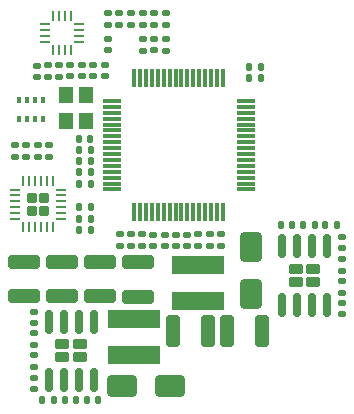
<source format=gbr>
G04 #@! TF.GenerationSoftware,KiCad,Pcbnew,8.0.4-8.0.4-0~ubuntu24.04.1*
G04 #@! TF.CreationDate,2024-09-03T20:49:09+07:00*
G04 #@! TF.ProjectId,OpenDrone_FC_F405_HW,4f70656e-4472-46f6-9e65-5f46435f4634,rev?*
G04 #@! TF.SameCoordinates,Original*
G04 #@! TF.FileFunction,Paste,Top*
G04 #@! TF.FilePolarity,Positive*
%FSLAX46Y46*%
G04 Gerber Fmt 4.6, Leading zero omitted, Abs format (unit mm)*
G04 Created by KiCad (PCBNEW 8.0.4-8.0.4-0~ubuntu24.04.1) date 2024-09-03 20:49:09*
%MOMM*%
%LPD*%
G01*
G04 APERTURE LIST*
G04 Aperture macros list*
%AMRoundRect*
0 Rectangle with rounded corners*
0 $1 Rounding radius*
0 $2 $3 $4 $5 $6 $7 $8 $9 X,Y pos of 4 corners*
0 Add a 4 corners polygon primitive as box body*
4,1,4,$2,$3,$4,$5,$6,$7,$8,$9,$2,$3,0*
0 Add four circle primitives for the rounded corners*
1,1,$1+$1,$2,$3*
1,1,$1+$1,$4,$5*
1,1,$1+$1,$6,$7*
1,1,$1+$1,$8,$9*
0 Add four rect primitives between the rounded corners*
20,1,$1+$1,$2,$3,$4,$5,0*
20,1,$1+$1,$4,$5,$6,$7,0*
20,1,$1+$1,$6,$7,$8,$9,0*
20,1,$1+$1,$8,$9,$2,$3,0*%
G04 Aperture macros list end*
%ADD10RoundRect,0.140000X0.170000X-0.140000X0.170000X0.140000X-0.170000X0.140000X-0.170000X-0.140000X0*%
%ADD11RoundRect,0.250000X1.100000X-0.325000X1.100000X0.325000X-1.100000X0.325000X-1.100000X-0.325000X0*%
%ADD12RoundRect,0.140000X-0.140000X-0.170000X0.140000X-0.170000X0.140000X0.170000X-0.140000X0.170000X0*%
%ADD13RoundRect,0.135000X-0.185000X0.135000X-0.185000X-0.135000X0.185000X-0.135000X0.185000X0.135000X0*%
%ADD14RoundRect,0.135000X0.185000X-0.135000X0.185000X0.135000X-0.185000X0.135000X-0.185000X-0.135000X0*%
%ADD15RoundRect,0.140000X-0.170000X0.140000X-0.170000X-0.140000X0.170000X-0.140000X0.170000X0.140000X0*%
%ADD16RoundRect,0.062500X-0.350000X-0.062500X0.350000X-0.062500X0.350000X0.062500X-0.350000X0.062500X0*%
%ADD17RoundRect,0.062500X-0.062500X-0.350000X0.062500X-0.350000X0.062500X0.350000X-0.062500X0.350000X0*%
%ADD18RoundRect,0.075000X-0.700000X-0.075000X0.700000X-0.075000X0.700000X0.075000X-0.700000X0.075000X0*%
%ADD19RoundRect,0.075000X-0.075000X-0.700000X0.075000X-0.700000X0.075000X0.700000X-0.075000X0.700000X0*%
%ADD20RoundRect,0.147500X0.172500X-0.147500X0.172500X0.147500X-0.172500X0.147500X-0.172500X-0.147500X0*%
%ADD21RoundRect,0.250000X0.325000X1.100000X-0.325000X1.100000X-0.325000X-1.100000X0.325000X-1.100000X0*%
%ADD22RoundRect,0.140000X0.140000X0.170000X-0.140000X0.170000X-0.140000X-0.170000X0.140000X-0.170000X0*%
%ADD23RoundRect,0.135000X-0.135000X-0.185000X0.135000X-0.185000X0.135000X0.185000X-0.135000X0.185000X0*%
%ADD24RoundRect,0.217500X0.217500X-0.217500X0.217500X0.217500X-0.217500X0.217500X-0.217500X-0.217500X0*%
%ADD25RoundRect,0.062500X0.062500X-0.375000X0.062500X0.375000X-0.062500X0.375000X-0.062500X-0.375000X0*%
%ADD26RoundRect,0.062500X0.375000X-0.062500X0.375000X0.062500X-0.375000X0.062500X-0.375000X-0.062500X0*%
%ADD27R,1.200000X1.400000*%
%ADD28RoundRect,0.230000X0.375000X-0.230000X0.375000X0.230000X-0.375000X0.230000X-0.375000X-0.230000X0*%
%ADD29RoundRect,0.150000X0.150000X-0.825000X0.150000X0.825000X-0.150000X0.825000X-0.150000X-0.825000X0*%
%ADD30RoundRect,0.250000X-0.650000X1.000000X-0.650000X-1.000000X0.650000X-1.000000X0.650000X1.000000X0*%
%ADD31R,4.500000X1.500000*%
%ADD32RoundRect,0.230000X-0.375000X0.230000X-0.375000X-0.230000X0.375000X-0.230000X0.375000X0.230000X0*%
%ADD33RoundRect,0.150000X-0.150000X0.825000X-0.150000X-0.825000X0.150000X-0.825000X0.150000X0.825000X0*%
%ADD34RoundRect,0.135000X0.135000X0.185000X-0.135000X0.185000X-0.135000X-0.185000X0.135000X-0.185000X0*%
%ADD35RoundRect,0.250000X-0.325000X-1.100000X0.325000X-1.100000X0.325000X1.100000X-0.325000X1.100000X0*%
%ADD36RoundRect,0.250000X-1.000000X-0.650000X1.000000X-0.650000X1.000000X0.650000X-1.000000X0.650000X0*%
%ADD37R,0.350000X0.500000*%
G04 APERTURE END LIST*
D10*
X166750000Y-86780000D03*
X166750000Y-85820000D03*
D11*
X139825000Y-90875000D03*
X139825000Y-87925000D03*
D12*
X144480000Y-84290000D03*
X145440000Y-84290000D03*
D13*
X140600000Y-94010000D03*
X140600000Y-95030000D03*
D14*
X154555000Y-86650000D03*
X154555000Y-85630000D03*
D15*
X166750000Y-91450000D03*
X166750000Y-92410000D03*
D12*
X158870000Y-72375000D03*
X159830000Y-72375000D03*
D16*
X141547500Y-67830000D03*
X141547500Y-68330000D03*
X141547500Y-68830000D03*
X141547500Y-69330000D03*
D17*
X142260000Y-70042500D03*
X142760000Y-70042500D03*
X143260000Y-70042500D03*
X143760000Y-70042500D03*
D16*
X144472500Y-69330000D03*
X144472500Y-68830000D03*
X144472500Y-68330000D03*
X144472500Y-67830000D03*
D17*
X143760000Y-67117500D03*
X143260000Y-67117500D03*
X142760000Y-67117500D03*
X142260000Y-67117500D03*
D15*
X140600000Y-97800000D03*
X140600000Y-98760000D03*
X144725000Y-71270000D03*
X144725000Y-72230000D03*
D14*
X146900000Y-67910000D03*
X146900000Y-66890000D03*
D18*
X147200000Y-74325000D03*
X147200000Y-74825000D03*
X147200000Y-75325000D03*
X147200000Y-75825000D03*
X147200000Y-76325000D03*
X147200000Y-76825000D03*
X147200000Y-77325000D03*
X147200000Y-77825000D03*
X147200000Y-78325000D03*
X147200000Y-78825000D03*
X147200000Y-79325000D03*
X147200000Y-79825000D03*
X147200000Y-80325000D03*
X147200000Y-80825000D03*
X147200000Y-81325000D03*
X147200000Y-81825000D03*
D19*
X149125000Y-83750000D03*
X149625000Y-83750000D03*
X150125000Y-83750000D03*
X150625000Y-83750000D03*
X151125000Y-83750000D03*
X151625000Y-83750000D03*
X152125000Y-83750000D03*
X152625000Y-83750000D03*
X153125000Y-83750000D03*
X153625000Y-83750000D03*
X154125000Y-83750000D03*
X154625000Y-83750000D03*
X155125000Y-83750000D03*
X155625000Y-83750000D03*
X156125000Y-83750000D03*
X156625000Y-83750000D03*
D18*
X158550000Y-81825000D03*
X158550000Y-81325000D03*
X158550000Y-80825000D03*
X158550000Y-80325000D03*
X158550000Y-79825000D03*
X158550000Y-79325000D03*
X158550000Y-78825000D03*
X158550000Y-78325000D03*
X158550000Y-77825000D03*
X158550000Y-77325000D03*
X158550000Y-76825000D03*
X158550000Y-76325000D03*
X158550000Y-75825000D03*
X158550000Y-75325000D03*
X158550000Y-74825000D03*
X158550000Y-74325000D03*
D19*
X156625000Y-72400000D03*
X156125000Y-72400000D03*
X155625000Y-72400000D03*
X155125000Y-72400000D03*
X154625000Y-72400000D03*
X154125000Y-72400000D03*
X153625000Y-72400000D03*
X153125000Y-72400000D03*
X152625000Y-72400000D03*
X152125000Y-72400000D03*
X151625000Y-72400000D03*
X151125000Y-72400000D03*
X150625000Y-72400000D03*
X150125000Y-72400000D03*
X149625000Y-72400000D03*
X149125000Y-72400000D03*
D12*
X161560000Y-84845000D03*
X162520000Y-84845000D03*
D20*
X147850000Y-67885000D03*
X147850000Y-66915000D03*
D15*
X156450000Y-85620000D03*
X156450000Y-86580000D03*
D10*
X141820000Y-72280000D03*
X141820000Y-71320000D03*
D21*
X155350000Y-93775000D03*
X152400000Y-93775000D03*
D22*
X145430000Y-80380000D03*
X144470000Y-80380000D03*
D23*
X144440000Y-78500000D03*
X145460000Y-78500000D03*
D15*
X152640000Y-85642047D03*
X152640000Y-86602047D03*
D14*
X150825000Y-67910000D03*
X150825000Y-66890000D03*
D15*
X139030000Y-78080000D03*
X139030000Y-79040000D03*
D14*
X147894999Y-86640000D03*
X147894999Y-85620000D03*
D13*
X149794999Y-85620000D03*
X149794999Y-86640000D03*
X140600000Y-95870000D03*
X140600000Y-96890000D03*
D24*
X140440000Y-83622500D03*
X141520000Y-83622500D03*
X140440000Y-82542500D03*
X141520000Y-82542500D03*
D25*
X139730000Y-85020000D03*
X140230000Y-85020000D03*
X140730000Y-85020000D03*
X141230000Y-85020000D03*
X141730000Y-85020000D03*
X142230000Y-85020000D03*
D26*
X142917500Y-84332500D03*
X142917500Y-83832500D03*
X142917500Y-83332500D03*
X142917500Y-82832500D03*
X142917500Y-82332500D03*
X142917500Y-81832500D03*
D25*
X142230000Y-81145000D03*
X141730000Y-81145000D03*
X141230000Y-81145000D03*
X140730000Y-81145000D03*
X140230000Y-81145000D03*
X139730000Y-81145000D03*
D26*
X139042500Y-81832500D03*
X139042500Y-82332500D03*
X139042500Y-82832500D03*
X139042500Y-83332500D03*
X139042500Y-83832500D03*
X139042500Y-84332500D03*
D15*
X151700000Y-85642047D03*
X151700000Y-86602047D03*
D12*
X163430000Y-84825000D03*
X164390000Y-84825000D03*
D15*
X150732600Y-85660000D03*
X150732600Y-86620000D03*
D27*
X145060000Y-76050000D03*
X145060000Y-73850000D03*
X143360000Y-73850000D03*
X143360000Y-76050000D03*
D11*
X149450000Y-90900000D03*
X149450000Y-87950000D03*
D10*
X145675000Y-72225000D03*
X145675000Y-71265000D03*
D12*
X144445000Y-77550000D03*
X145405000Y-77550000D03*
D20*
X151775000Y-67885000D03*
X151775000Y-66915000D03*
D28*
X162800000Y-89690000D03*
X164300000Y-89690000D03*
X162800000Y-88550000D03*
X164300000Y-88550000D03*
D29*
X161645000Y-91595000D03*
X162915000Y-91595000D03*
X164185000Y-91595000D03*
X165455000Y-91595000D03*
X165455000Y-86645000D03*
X164185000Y-86645000D03*
X162915000Y-86645000D03*
X161645000Y-86645000D03*
D22*
X146080000Y-99680000D03*
X145120000Y-99680000D03*
X144200000Y-99680000D03*
X143240000Y-99680000D03*
D14*
X155505000Y-86650000D03*
X155505000Y-85630000D03*
D15*
X153600000Y-85652047D03*
X153600000Y-86612047D03*
D30*
X158975000Y-86675000D03*
X158975000Y-90675000D03*
D10*
X146650000Y-72225000D03*
X146650000Y-71265000D03*
D20*
X149825000Y-67867500D03*
X149825000Y-66897500D03*
D23*
X144450000Y-83310000D03*
X145470000Y-83310000D03*
D14*
X148850000Y-67910000D03*
X148850000Y-66890000D03*
D15*
X141910000Y-78090000D03*
X141910000Y-79050000D03*
D31*
X149101000Y-95799600D03*
X149101000Y-92802400D03*
D12*
X158870000Y-71425000D03*
X159830000Y-71425000D03*
D11*
X146225000Y-90875000D03*
X146225000Y-87925000D03*
D13*
X151775000Y-69060000D03*
X151775000Y-70080000D03*
D15*
X139990000Y-78100000D03*
X139990000Y-79060000D03*
X143725000Y-71295000D03*
X143725000Y-72255000D03*
X140940000Y-78100000D03*
X140940000Y-79060000D03*
D32*
X144550000Y-94910000D03*
X143050000Y-94910000D03*
X144550000Y-96050000D03*
X143050000Y-96050000D03*
D33*
X145705000Y-93005000D03*
X144435000Y-93005000D03*
X143165000Y-93005000D03*
X141895000Y-93005000D03*
X141895000Y-97955000D03*
X143165000Y-97955000D03*
X144435000Y-97955000D03*
X145705000Y-97955000D03*
D31*
X154549000Y-88250400D03*
X154549000Y-91247600D03*
D34*
X142360000Y-99680000D03*
X141340000Y-99680000D03*
D10*
X140900000Y-72290000D03*
X140900000Y-71330000D03*
D34*
X145470000Y-79440000D03*
X144450000Y-79440000D03*
D22*
X145430000Y-81325000D03*
X144470000Y-81325000D03*
D35*
X157000000Y-93800000D03*
X159950000Y-93800000D03*
D12*
X144470000Y-85250000D03*
X145430000Y-85250000D03*
D14*
X166750000Y-88700000D03*
X166750000Y-87680000D03*
D10*
X150825000Y-70055000D03*
X150825000Y-69095000D03*
D14*
X149825000Y-70085000D03*
X149825000Y-69065000D03*
D23*
X165280000Y-84805000D03*
X166300000Y-84805000D03*
D14*
X166740000Y-90580000D03*
X166740000Y-89560000D03*
D36*
X148125000Y-98475000D03*
X152125000Y-98475000D03*
D15*
X140600000Y-92200000D03*
X140600000Y-93160000D03*
D37*
X139410000Y-74290000D03*
X140060000Y-74290000D03*
X140710000Y-74290000D03*
X141360000Y-74290000D03*
X141360000Y-75890000D03*
X140710000Y-75890000D03*
X140060000Y-75890000D03*
X139410000Y-75890000D03*
D15*
X146925000Y-69095000D03*
X146925000Y-70055000D03*
D10*
X142760000Y-72270000D03*
X142760000Y-71310000D03*
D11*
X143025000Y-90875000D03*
X143025000Y-87925000D03*
D15*
X148850000Y-85637047D03*
X148850000Y-86597047D03*
M02*

</source>
